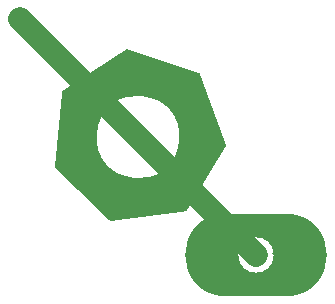
<source format=gbr>
G04 ================================================================================================
Copyright (C) 2025 Tony Luken <tonyluken62+gerberfilereader.gmail.com>

This file is part of GerberFileReader.

GerberFileReader is free software: you can redistribute it and/or modify it under the terms of
the GNU General Public License as published by the Free Software Foundation, either version 3 of
the License, or (at your option) any later version.

GerberFileReader is distributed in the hope that it will be useful, but WITHOUT ANY WARRANTY; 
without even the implied warranty of MERCHANTABILITY or FITNESS FOR A PARTICULAR PURPOSE. See the
GNU General Public License for more details.

You should have received a copy of the GNU General Public License along with GerberFileReader. If
not, see <http://www.gnu.org/licenses/>.
===================================================================================================*

G04 Demonstrates holes in standard apertures are transparent and do not erase objects beneath them*
G04 Also demonstrates usage of standard aperture types Circle, Polygon, and Obround*
G04 Inspired by the example in section 4.4.6 of Ucamco's Gerber Layer Format Specification, Revision 2023.08*

G04 Format specification and units selection*
%FSLAX26Y26*%
%MOMM*%

G04 Define the apertures*
%TADrawingAperture,value1*%
%ADD23C,2*%            G04 A circle*
%TD*%
%ADD37P,15X7X-5.5X7*%  G04 A regular heptagon with a hole*
%ADD38O,12X7X3*%       G04 An obround with a hole*

G04 Linear plotting with dark polarity*
G01*
%LPD*%

G04 First draw a diagonal line*
D23*
X-10000000Y10000000D02*
X10000000Y-10000000D01*

G04 Flash the heptagon aperture on top of the line*
D37*
X0Y0D03*

G04 Flash the obround on the end of the line after rotating it 45 degrees*
D38*
%LR45*%
X10000000Y-10000000D03*

M02*

This is junk because it is past the end of 
file command (M02*) and shouldn't %8^%$#* ever get parsed!!!

More junk

</source>
